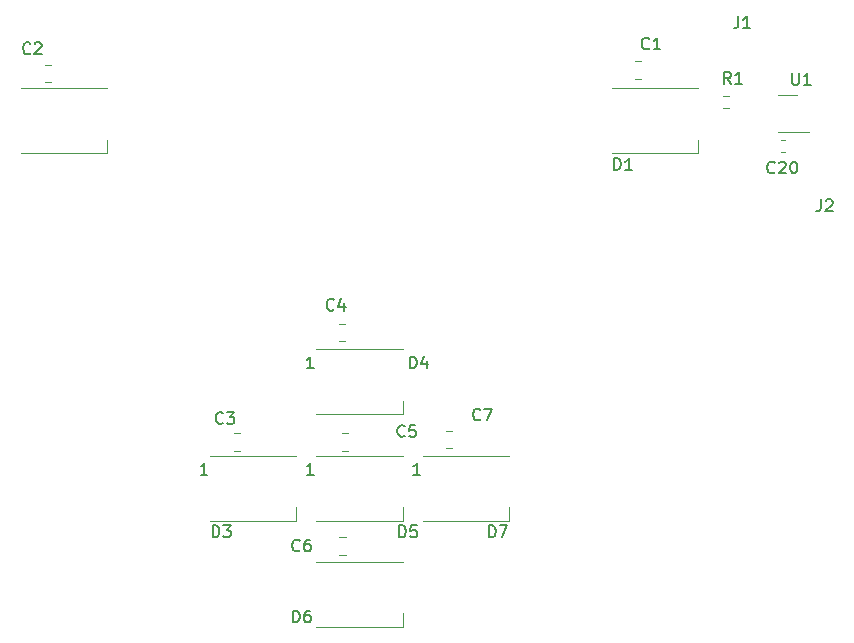
<source format=gbr>
%TF.GenerationSoftware,KiCad,Pcbnew,7.0.8*%
%TF.CreationDate,2023-10-23T18:19:39+02:00*%
%TF.ProjectId,LED_Eyes2,4c45445f-4579-4657-9332-2e6b69636164,rev?*%
%TF.SameCoordinates,Original*%
%TF.FileFunction,Legend,Top*%
%TF.FilePolarity,Positive*%
%FSLAX46Y46*%
G04 Gerber Fmt 4.6, Leading zero omitted, Abs format (unit mm)*
G04 Created by KiCad (PCBNEW 7.0.8) date 2023-10-23 18:19:39*
%MOMM*%
%LPD*%
G01*
G04 APERTURE LIST*
%ADD10C,0.150000*%
%ADD11C,0.120000*%
G04 APERTURE END LIST*
D10*
X179066666Y-102154819D02*
X179066666Y-102869104D01*
X179066666Y-102869104D02*
X179019047Y-103011961D01*
X179019047Y-103011961D02*
X178923809Y-103107200D01*
X178923809Y-103107200D02*
X178780952Y-103154819D01*
X178780952Y-103154819D02*
X178685714Y-103154819D01*
X179495238Y-102250057D02*
X179542857Y-102202438D01*
X179542857Y-102202438D02*
X179638095Y-102154819D01*
X179638095Y-102154819D02*
X179876190Y-102154819D01*
X179876190Y-102154819D02*
X179971428Y-102202438D01*
X179971428Y-102202438D02*
X180019047Y-102250057D01*
X180019047Y-102250057D02*
X180066666Y-102345295D01*
X180066666Y-102345295D02*
X180066666Y-102440533D01*
X180066666Y-102440533D02*
X180019047Y-102583390D01*
X180019047Y-102583390D02*
X179447619Y-103154819D01*
X179447619Y-103154819D02*
X180066666Y-103154819D01*
X137833333Y-111459580D02*
X137785714Y-111507200D01*
X137785714Y-111507200D02*
X137642857Y-111554819D01*
X137642857Y-111554819D02*
X137547619Y-111554819D01*
X137547619Y-111554819D02*
X137404762Y-111507200D01*
X137404762Y-111507200D02*
X137309524Y-111411961D01*
X137309524Y-111411961D02*
X137261905Y-111316723D01*
X137261905Y-111316723D02*
X137214286Y-111126247D01*
X137214286Y-111126247D02*
X137214286Y-110983390D01*
X137214286Y-110983390D02*
X137261905Y-110792914D01*
X137261905Y-110792914D02*
X137309524Y-110697676D01*
X137309524Y-110697676D02*
X137404762Y-110602438D01*
X137404762Y-110602438D02*
X137547619Y-110554819D01*
X137547619Y-110554819D02*
X137642857Y-110554819D01*
X137642857Y-110554819D02*
X137785714Y-110602438D01*
X137785714Y-110602438D02*
X137833333Y-110650057D01*
X138690476Y-110888152D02*
X138690476Y-111554819D01*
X138452381Y-110507200D02*
X138214286Y-111221485D01*
X138214286Y-111221485D02*
X138833333Y-111221485D01*
X171433333Y-92354819D02*
X171100000Y-91878628D01*
X170861905Y-92354819D02*
X170861905Y-91354819D01*
X170861905Y-91354819D02*
X171242857Y-91354819D01*
X171242857Y-91354819D02*
X171338095Y-91402438D01*
X171338095Y-91402438D02*
X171385714Y-91450057D01*
X171385714Y-91450057D02*
X171433333Y-91545295D01*
X171433333Y-91545295D02*
X171433333Y-91688152D01*
X171433333Y-91688152D02*
X171385714Y-91783390D01*
X171385714Y-91783390D02*
X171338095Y-91831009D01*
X171338095Y-91831009D02*
X171242857Y-91878628D01*
X171242857Y-91878628D02*
X170861905Y-91878628D01*
X172385714Y-92354819D02*
X171814286Y-92354819D01*
X172100000Y-92354819D02*
X172100000Y-91354819D01*
X172100000Y-91354819D02*
X172004762Y-91497676D01*
X172004762Y-91497676D02*
X171909524Y-91592914D01*
X171909524Y-91592914D02*
X171814286Y-91640533D01*
X176638095Y-91454819D02*
X176638095Y-92264342D01*
X176638095Y-92264342D02*
X176685714Y-92359580D01*
X176685714Y-92359580D02*
X176733333Y-92407200D01*
X176733333Y-92407200D02*
X176828571Y-92454819D01*
X176828571Y-92454819D02*
X177019047Y-92454819D01*
X177019047Y-92454819D02*
X177114285Y-92407200D01*
X177114285Y-92407200D02*
X177161904Y-92359580D01*
X177161904Y-92359580D02*
X177209523Y-92264342D01*
X177209523Y-92264342D02*
X177209523Y-91454819D01*
X178209523Y-92454819D02*
X177638095Y-92454819D01*
X177923809Y-92454819D02*
X177923809Y-91454819D01*
X177923809Y-91454819D02*
X177828571Y-91597676D01*
X177828571Y-91597676D02*
X177733333Y-91692914D01*
X177733333Y-91692914D02*
X177638095Y-91740533D01*
X134933333Y-131859580D02*
X134885714Y-131907200D01*
X134885714Y-131907200D02*
X134742857Y-131954819D01*
X134742857Y-131954819D02*
X134647619Y-131954819D01*
X134647619Y-131954819D02*
X134504762Y-131907200D01*
X134504762Y-131907200D02*
X134409524Y-131811961D01*
X134409524Y-131811961D02*
X134361905Y-131716723D01*
X134361905Y-131716723D02*
X134314286Y-131526247D01*
X134314286Y-131526247D02*
X134314286Y-131383390D01*
X134314286Y-131383390D02*
X134361905Y-131192914D01*
X134361905Y-131192914D02*
X134409524Y-131097676D01*
X134409524Y-131097676D02*
X134504762Y-131002438D01*
X134504762Y-131002438D02*
X134647619Y-130954819D01*
X134647619Y-130954819D02*
X134742857Y-130954819D01*
X134742857Y-130954819D02*
X134885714Y-131002438D01*
X134885714Y-131002438D02*
X134933333Y-131050057D01*
X135790476Y-130954819D02*
X135600000Y-130954819D01*
X135600000Y-130954819D02*
X135504762Y-131002438D01*
X135504762Y-131002438D02*
X135457143Y-131050057D01*
X135457143Y-131050057D02*
X135361905Y-131192914D01*
X135361905Y-131192914D02*
X135314286Y-131383390D01*
X135314286Y-131383390D02*
X135314286Y-131764342D01*
X135314286Y-131764342D02*
X135361905Y-131859580D01*
X135361905Y-131859580D02*
X135409524Y-131907200D01*
X135409524Y-131907200D02*
X135504762Y-131954819D01*
X135504762Y-131954819D02*
X135695238Y-131954819D01*
X135695238Y-131954819D02*
X135790476Y-131907200D01*
X135790476Y-131907200D02*
X135838095Y-131859580D01*
X135838095Y-131859580D02*
X135885714Y-131764342D01*
X135885714Y-131764342D02*
X135885714Y-131526247D01*
X135885714Y-131526247D02*
X135838095Y-131431009D01*
X135838095Y-131431009D02*
X135790476Y-131383390D01*
X135790476Y-131383390D02*
X135695238Y-131335771D01*
X135695238Y-131335771D02*
X135504762Y-131335771D01*
X135504762Y-131335771D02*
X135409524Y-131383390D01*
X135409524Y-131383390D02*
X135361905Y-131431009D01*
X135361905Y-131431009D02*
X135314286Y-131526247D01*
X150233333Y-120759580D02*
X150185714Y-120807200D01*
X150185714Y-120807200D02*
X150042857Y-120854819D01*
X150042857Y-120854819D02*
X149947619Y-120854819D01*
X149947619Y-120854819D02*
X149804762Y-120807200D01*
X149804762Y-120807200D02*
X149709524Y-120711961D01*
X149709524Y-120711961D02*
X149661905Y-120616723D01*
X149661905Y-120616723D02*
X149614286Y-120426247D01*
X149614286Y-120426247D02*
X149614286Y-120283390D01*
X149614286Y-120283390D02*
X149661905Y-120092914D01*
X149661905Y-120092914D02*
X149709524Y-119997676D01*
X149709524Y-119997676D02*
X149804762Y-119902438D01*
X149804762Y-119902438D02*
X149947619Y-119854819D01*
X149947619Y-119854819D02*
X150042857Y-119854819D01*
X150042857Y-119854819D02*
X150185714Y-119902438D01*
X150185714Y-119902438D02*
X150233333Y-119950057D01*
X150566667Y-119854819D02*
X151233333Y-119854819D01*
X151233333Y-119854819D02*
X150804762Y-120854819D01*
X172066666Y-86654819D02*
X172066666Y-87369104D01*
X172066666Y-87369104D02*
X172019047Y-87511961D01*
X172019047Y-87511961D02*
X171923809Y-87607200D01*
X171923809Y-87607200D02*
X171780952Y-87654819D01*
X171780952Y-87654819D02*
X171685714Y-87654819D01*
X173066666Y-87654819D02*
X172495238Y-87654819D01*
X172780952Y-87654819D02*
X172780952Y-86654819D01*
X172780952Y-86654819D02*
X172685714Y-86797676D01*
X172685714Y-86797676D02*
X172590476Y-86892914D01*
X172590476Y-86892914D02*
X172495238Y-86940533D01*
X143361905Y-130754819D02*
X143361905Y-129754819D01*
X143361905Y-129754819D02*
X143600000Y-129754819D01*
X143600000Y-129754819D02*
X143742857Y-129802438D01*
X143742857Y-129802438D02*
X143838095Y-129897676D01*
X143838095Y-129897676D02*
X143885714Y-129992914D01*
X143885714Y-129992914D02*
X143933333Y-130183390D01*
X143933333Y-130183390D02*
X143933333Y-130326247D01*
X143933333Y-130326247D02*
X143885714Y-130516723D01*
X143885714Y-130516723D02*
X143838095Y-130611961D01*
X143838095Y-130611961D02*
X143742857Y-130707200D01*
X143742857Y-130707200D02*
X143600000Y-130754819D01*
X143600000Y-130754819D02*
X143361905Y-130754819D01*
X144838095Y-129754819D02*
X144361905Y-129754819D01*
X144361905Y-129754819D02*
X144314286Y-130231009D01*
X144314286Y-130231009D02*
X144361905Y-130183390D01*
X144361905Y-130183390D02*
X144457143Y-130135771D01*
X144457143Y-130135771D02*
X144695238Y-130135771D01*
X144695238Y-130135771D02*
X144790476Y-130183390D01*
X144790476Y-130183390D02*
X144838095Y-130231009D01*
X144838095Y-130231009D02*
X144885714Y-130326247D01*
X144885714Y-130326247D02*
X144885714Y-130564342D01*
X144885714Y-130564342D02*
X144838095Y-130659580D01*
X144838095Y-130659580D02*
X144790476Y-130707200D01*
X144790476Y-130707200D02*
X144695238Y-130754819D01*
X144695238Y-130754819D02*
X144457143Y-130754819D01*
X144457143Y-130754819D02*
X144361905Y-130707200D01*
X144361905Y-130707200D02*
X144314286Y-130659580D01*
X136135714Y-125454819D02*
X135564286Y-125454819D01*
X135850000Y-125454819D02*
X135850000Y-124454819D01*
X135850000Y-124454819D02*
X135754762Y-124597676D01*
X135754762Y-124597676D02*
X135659524Y-124692914D01*
X135659524Y-124692914D02*
X135564286Y-124740533D01*
X112133333Y-89759580D02*
X112085714Y-89807200D01*
X112085714Y-89807200D02*
X111942857Y-89854819D01*
X111942857Y-89854819D02*
X111847619Y-89854819D01*
X111847619Y-89854819D02*
X111704762Y-89807200D01*
X111704762Y-89807200D02*
X111609524Y-89711961D01*
X111609524Y-89711961D02*
X111561905Y-89616723D01*
X111561905Y-89616723D02*
X111514286Y-89426247D01*
X111514286Y-89426247D02*
X111514286Y-89283390D01*
X111514286Y-89283390D02*
X111561905Y-89092914D01*
X111561905Y-89092914D02*
X111609524Y-88997676D01*
X111609524Y-88997676D02*
X111704762Y-88902438D01*
X111704762Y-88902438D02*
X111847619Y-88854819D01*
X111847619Y-88854819D02*
X111942857Y-88854819D01*
X111942857Y-88854819D02*
X112085714Y-88902438D01*
X112085714Y-88902438D02*
X112133333Y-88950057D01*
X112514286Y-88950057D02*
X112561905Y-88902438D01*
X112561905Y-88902438D02*
X112657143Y-88854819D01*
X112657143Y-88854819D02*
X112895238Y-88854819D01*
X112895238Y-88854819D02*
X112990476Y-88902438D01*
X112990476Y-88902438D02*
X113038095Y-88950057D01*
X113038095Y-88950057D02*
X113085714Y-89045295D01*
X113085714Y-89045295D02*
X113085714Y-89140533D01*
X113085714Y-89140533D02*
X113038095Y-89283390D01*
X113038095Y-89283390D02*
X112466667Y-89854819D01*
X112466667Y-89854819D02*
X113085714Y-89854819D01*
X127561905Y-130754819D02*
X127561905Y-129754819D01*
X127561905Y-129754819D02*
X127800000Y-129754819D01*
X127800000Y-129754819D02*
X127942857Y-129802438D01*
X127942857Y-129802438D02*
X128038095Y-129897676D01*
X128038095Y-129897676D02*
X128085714Y-129992914D01*
X128085714Y-129992914D02*
X128133333Y-130183390D01*
X128133333Y-130183390D02*
X128133333Y-130326247D01*
X128133333Y-130326247D02*
X128085714Y-130516723D01*
X128085714Y-130516723D02*
X128038095Y-130611961D01*
X128038095Y-130611961D02*
X127942857Y-130707200D01*
X127942857Y-130707200D02*
X127800000Y-130754819D01*
X127800000Y-130754819D02*
X127561905Y-130754819D01*
X128466667Y-129754819D02*
X129085714Y-129754819D01*
X129085714Y-129754819D02*
X128752381Y-130135771D01*
X128752381Y-130135771D02*
X128895238Y-130135771D01*
X128895238Y-130135771D02*
X128990476Y-130183390D01*
X128990476Y-130183390D02*
X129038095Y-130231009D01*
X129038095Y-130231009D02*
X129085714Y-130326247D01*
X129085714Y-130326247D02*
X129085714Y-130564342D01*
X129085714Y-130564342D02*
X129038095Y-130659580D01*
X129038095Y-130659580D02*
X128990476Y-130707200D01*
X128990476Y-130707200D02*
X128895238Y-130754819D01*
X128895238Y-130754819D02*
X128609524Y-130754819D01*
X128609524Y-130754819D02*
X128514286Y-130707200D01*
X128514286Y-130707200D02*
X128466667Y-130659580D01*
X127135714Y-125454819D02*
X126564286Y-125454819D01*
X126850000Y-125454819D02*
X126850000Y-124454819D01*
X126850000Y-124454819D02*
X126754762Y-124597676D01*
X126754762Y-124597676D02*
X126659524Y-124692914D01*
X126659524Y-124692914D02*
X126564286Y-124740533D01*
X161561905Y-99654819D02*
X161561905Y-98654819D01*
X161561905Y-98654819D02*
X161800000Y-98654819D01*
X161800000Y-98654819D02*
X161942857Y-98702438D01*
X161942857Y-98702438D02*
X162038095Y-98797676D01*
X162038095Y-98797676D02*
X162085714Y-98892914D01*
X162085714Y-98892914D02*
X162133333Y-99083390D01*
X162133333Y-99083390D02*
X162133333Y-99226247D01*
X162133333Y-99226247D02*
X162085714Y-99416723D01*
X162085714Y-99416723D02*
X162038095Y-99511961D01*
X162038095Y-99511961D02*
X161942857Y-99607200D01*
X161942857Y-99607200D02*
X161800000Y-99654819D01*
X161800000Y-99654819D02*
X161561905Y-99654819D01*
X163085714Y-99654819D02*
X162514286Y-99654819D01*
X162800000Y-99654819D02*
X162800000Y-98654819D01*
X162800000Y-98654819D02*
X162704762Y-98797676D01*
X162704762Y-98797676D02*
X162609524Y-98892914D01*
X162609524Y-98892914D02*
X162514286Y-98940533D01*
X134361905Y-137954819D02*
X134361905Y-136954819D01*
X134361905Y-136954819D02*
X134600000Y-136954819D01*
X134600000Y-136954819D02*
X134742857Y-137002438D01*
X134742857Y-137002438D02*
X134838095Y-137097676D01*
X134838095Y-137097676D02*
X134885714Y-137192914D01*
X134885714Y-137192914D02*
X134933333Y-137383390D01*
X134933333Y-137383390D02*
X134933333Y-137526247D01*
X134933333Y-137526247D02*
X134885714Y-137716723D01*
X134885714Y-137716723D02*
X134838095Y-137811961D01*
X134838095Y-137811961D02*
X134742857Y-137907200D01*
X134742857Y-137907200D02*
X134600000Y-137954819D01*
X134600000Y-137954819D02*
X134361905Y-137954819D01*
X135790476Y-136954819D02*
X135600000Y-136954819D01*
X135600000Y-136954819D02*
X135504762Y-137002438D01*
X135504762Y-137002438D02*
X135457143Y-137050057D01*
X135457143Y-137050057D02*
X135361905Y-137192914D01*
X135361905Y-137192914D02*
X135314286Y-137383390D01*
X135314286Y-137383390D02*
X135314286Y-137764342D01*
X135314286Y-137764342D02*
X135361905Y-137859580D01*
X135361905Y-137859580D02*
X135409524Y-137907200D01*
X135409524Y-137907200D02*
X135504762Y-137954819D01*
X135504762Y-137954819D02*
X135695238Y-137954819D01*
X135695238Y-137954819D02*
X135790476Y-137907200D01*
X135790476Y-137907200D02*
X135838095Y-137859580D01*
X135838095Y-137859580D02*
X135885714Y-137764342D01*
X135885714Y-137764342D02*
X135885714Y-137526247D01*
X135885714Y-137526247D02*
X135838095Y-137431009D01*
X135838095Y-137431009D02*
X135790476Y-137383390D01*
X135790476Y-137383390D02*
X135695238Y-137335771D01*
X135695238Y-137335771D02*
X135504762Y-137335771D01*
X135504762Y-137335771D02*
X135409524Y-137383390D01*
X135409524Y-137383390D02*
X135361905Y-137431009D01*
X135361905Y-137431009D02*
X135314286Y-137526247D01*
X143833333Y-122159580D02*
X143785714Y-122207200D01*
X143785714Y-122207200D02*
X143642857Y-122254819D01*
X143642857Y-122254819D02*
X143547619Y-122254819D01*
X143547619Y-122254819D02*
X143404762Y-122207200D01*
X143404762Y-122207200D02*
X143309524Y-122111961D01*
X143309524Y-122111961D02*
X143261905Y-122016723D01*
X143261905Y-122016723D02*
X143214286Y-121826247D01*
X143214286Y-121826247D02*
X143214286Y-121683390D01*
X143214286Y-121683390D02*
X143261905Y-121492914D01*
X143261905Y-121492914D02*
X143309524Y-121397676D01*
X143309524Y-121397676D02*
X143404762Y-121302438D01*
X143404762Y-121302438D02*
X143547619Y-121254819D01*
X143547619Y-121254819D02*
X143642857Y-121254819D01*
X143642857Y-121254819D02*
X143785714Y-121302438D01*
X143785714Y-121302438D02*
X143833333Y-121350057D01*
X144738095Y-121254819D02*
X144261905Y-121254819D01*
X144261905Y-121254819D02*
X144214286Y-121731009D01*
X144214286Y-121731009D02*
X144261905Y-121683390D01*
X144261905Y-121683390D02*
X144357143Y-121635771D01*
X144357143Y-121635771D02*
X144595238Y-121635771D01*
X144595238Y-121635771D02*
X144690476Y-121683390D01*
X144690476Y-121683390D02*
X144738095Y-121731009D01*
X144738095Y-121731009D02*
X144785714Y-121826247D01*
X144785714Y-121826247D02*
X144785714Y-122064342D01*
X144785714Y-122064342D02*
X144738095Y-122159580D01*
X144738095Y-122159580D02*
X144690476Y-122207200D01*
X144690476Y-122207200D02*
X144595238Y-122254819D01*
X144595238Y-122254819D02*
X144357143Y-122254819D01*
X144357143Y-122254819D02*
X144261905Y-122207200D01*
X144261905Y-122207200D02*
X144214286Y-122159580D01*
X128433333Y-121059580D02*
X128385714Y-121107200D01*
X128385714Y-121107200D02*
X128242857Y-121154819D01*
X128242857Y-121154819D02*
X128147619Y-121154819D01*
X128147619Y-121154819D02*
X128004762Y-121107200D01*
X128004762Y-121107200D02*
X127909524Y-121011961D01*
X127909524Y-121011961D02*
X127861905Y-120916723D01*
X127861905Y-120916723D02*
X127814286Y-120726247D01*
X127814286Y-120726247D02*
X127814286Y-120583390D01*
X127814286Y-120583390D02*
X127861905Y-120392914D01*
X127861905Y-120392914D02*
X127909524Y-120297676D01*
X127909524Y-120297676D02*
X128004762Y-120202438D01*
X128004762Y-120202438D02*
X128147619Y-120154819D01*
X128147619Y-120154819D02*
X128242857Y-120154819D01*
X128242857Y-120154819D02*
X128385714Y-120202438D01*
X128385714Y-120202438D02*
X128433333Y-120250057D01*
X128766667Y-120154819D02*
X129385714Y-120154819D01*
X129385714Y-120154819D02*
X129052381Y-120535771D01*
X129052381Y-120535771D02*
X129195238Y-120535771D01*
X129195238Y-120535771D02*
X129290476Y-120583390D01*
X129290476Y-120583390D02*
X129338095Y-120631009D01*
X129338095Y-120631009D02*
X129385714Y-120726247D01*
X129385714Y-120726247D02*
X129385714Y-120964342D01*
X129385714Y-120964342D02*
X129338095Y-121059580D01*
X129338095Y-121059580D02*
X129290476Y-121107200D01*
X129290476Y-121107200D02*
X129195238Y-121154819D01*
X129195238Y-121154819D02*
X128909524Y-121154819D01*
X128909524Y-121154819D02*
X128814286Y-121107200D01*
X128814286Y-121107200D02*
X128766667Y-121059580D01*
X144261905Y-116454819D02*
X144261905Y-115454819D01*
X144261905Y-115454819D02*
X144500000Y-115454819D01*
X144500000Y-115454819D02*
X144642857Y-115502438D01*
X144642857Y-115502438D02*
X144738095Y-115597676D01*
X144738095Y-115597676D02*
X144785714Y-115692914D01*
X144785714Y-115692914D02*
X144833333Y-115883390D01*
X144833333Y-115883390D02*
X144833333Y-116026247D01*
X144833333Y-116026247D02*
X144785714Y-116216723D01*
X144785714Y-116216723D02*
X144738095Y-116311961D01*
X144738095Y-116311961D02*
X144642857Y-116407200D01*
X144642857Y-116407200D02*
X144500000Y-116454819D01*
X144500000Y-116454819D02*
X144261905Y-116454819D01*
X145690476Y-115788152D02*
X145690476Y-116454819D01*
X145452381Y-115407200D02*
X145214286Y-116121485D01*
X145214286Y-116121485D02*
X145833333Y-116121485D01*
X136135714Y-116454819D02*
X135564286Y-116454819D01*
X135850000Y-116454819D02*
X135850000Y-115454819D01*
X135850000Y-115454819D02*
X135754762Y-115597676D01*
X135754762Y-115597676D02*
X135659524Y-115692914D01*
X135659524Y-115692914D02*
X135564286Y-115740533D01*
X150961905Y-130754819D02*
X150961905Y-129754819D01*
X150961905Y-129754819D02*
X151200000Y-129754819D01*
X151200000Y-129754819D02*
X151342857Y-129802438D01*
X151342857Y-129802438D02*
X151438095Y-129897676D01*
X151438095Y-129897676D02*
X151485714Y-129992914D01*
X151485714Y-129992914D02*
X151533333Y-130183390D01*
X151533333Y-130183390D02*
X151533333Y-130326247D01*
X151533333Y-130326247D02*
X151485714Y-130516723D01*
X151485714Y-130516723D02*
X151438095Y-130611961D01*
X151438095Y-130611961D02*
X151342857Y-130707200D01*
X151342857Y-130707200D02*
X151200000Y-130754819D01*
X151200000Y-130754819D02*
X150961905Y-130754819D01*
X151866667Y-129754819D02*
X152533333Y-129754819D01*
X152533333Y-129754819D02*
X152104762Y-130754819D01*
X145135714Y-125454819D02*
X144564286Y-125454819D01*
X144850000Y-125454819D02*
X144850000Y-124454819D01*
X144850000Y-124454819D02*
X144754762Y-124597676D01*
X144754762Y-124597676D02*
X144659524Y-124692914D01*
X144659524Y-124692914D02*
X144564286Y-124740533D01*
X175157142Y-99859580D02*
X175109523Y-99907200D01*
X175109523Y-99907200D02*
X174966666Y-99954819D01*
X174966666Y-99954819D02*
X174871428Y-99954819D01*
X174871428Y-99954819D02*
X174728571Y-99907200D01*
X174728571Y-99907200D02*
X174633333Y-99811961D01*
X174633333Y-99811961D02*
X174585714Y-99716723D01*
X174585714Y-99716723D02*
X174538095Y-99526247D01*
X174538095Y-99526247D02*
X174538095Y-99383390D01*
X174538095Y-99383390D02*
X174585714Y-99192914D01*
X174585714Y-99192914D02*
X174633333Y-99097676D01*
X174633333Y-99097676D02*
X174728571Y-99002438D01*
X174728571Y-99002438D02*
X174871428Y-98954819D01*
X174871428Y-98954819D02*
X174966666Y-98954819D01*
X174966666Y-98954819D02*
X175109523Y-99002438D01*
X175109523Y-99002438D02*
X175157142Y-99050057D01*
X175538095Y-99050057D02*
X175585714Y-99002438D01*
X175585714Y-99002438D02*
X175680952Y-98954819D01*
X175680952Y-98954819D02*
X175919047Y-98954819D01*
X175919047Y-98954819D02*
X176014285Y-99002438D01*
X176014285Y-99002438D02*
X176061904Y-99050057D01*
X176061904Y-99050057D02*
X176109523Y-99145295D01*
X176109523Y-99145295D02*
X176109523Y-99240533D01*
X176109523Y-99240533D02*
X176061904Y-99383390D01*
X176061904Y-99383390D02*
X175490476Y-99954819D01*
X175490476Y-99954819D02*
X176109523Y-99954819D01*
X176728571Y-98954819D02*
X176823809Y-98954819D01*
X176823809Y-98954819D02*
X176919047Y-99002438D01*
X176919047Y-99002438D02*
X176966666Y-99050057D01*
X176966666Y-99050057D02*
X177014285Y-99145295D01*
X177014285Y-99145295D02*
X177061904Y-99335771D01*
X177061904Y-99335771D02*
X177061904Y-99573866D01*
X177061904Y-99573866D02*
X177014285Y-99764342D01*
X177014285Y-99764342D02*
X176966666Y-99859580D01*
X176966666Y-99859580D02*
X176919047Y-99907200D01*
X176919047Y-99907200D02*
X176823809Y-99954819D01*
X176823809Y-99954819D02*
X176728571Y-99954819D01*
X176728571Y-99954819D02*
X176633333Y-99907200D01*
X176633333Y-99907200D02*
X176585714Y-99859580D01*
X176585714Y-99859580D02*
X176538095Y-99764342D01*
X176538095Y-99764342D02*
X176490476Y-99573866D01*
X176490476Y-99573866D02*
X176490476Y-99335771D01*
X176490476Y-99335771D02*
X176538095Y-99145295D01*
X176538095Y-99145295D02*
X176585714Y-99050057D01*
X176585714Y-99050057D02*
X176633333Y-99002438D01*
X176633333Y-99002438D02*
X176728571Y-98954819D01*
X164533333Y-89359580D02*
X164485714Y-89407200D01*
X164485714Y-89407200D02*
X164342857Y-89454819D01*
X164342857Y-89454819D02*
X164247619Y-89454819D01*
X164247619Y-89454819D02*
X164104762Y-89407200D01*
X164104762Y-89407200D02*
X164009524Y-89311961D01*
X164009524Y-89311961D02*
X163961905Y-89216723D01*
X163961905Y-89216723D02*
X163914286Y-89026247D01*
X163914286Y-89026247D02*
X163914286Y-88883390D01*
X163914286Y-88883390D02*
X163961905Y-88692914D01*
X163961905Y-88692914D02*
X164009524Y-88597676D01*
X164009524Y-88597676D02*
X164104762Y-88502438D01*
X164104762Y-88502438D02*
X164247619Y-88454819D01*
X164247619Y-88454819D02*
X164342857Y-88454819D01*
X164342857Y-88454819D02*
X164485714Y-88502438D01*
X164485714Y-88502438D02*
X164533333Y-88550057D01*
X165485714Y-89454819D02*
X164914286Y-89454819D01*
X165200000Y-89454819D02*
X165200000Y-88454819D01*
X165200000Y-88454819D02*
X165104762Y-88597676D01*
X165104762Y-88597676D02*
X165009524Y-88692914D01*
X165009524Y-88692914D02*
X164914286Y-88740533D01*
D11*
%TO.C,C4*%
X138276248Y-112665000D02*
X138798752Y-112665000D01*
X138276248Y-114135000D02*
X138798752Y-114135000D01*
%TO.C,R1*%
X170787742Y-93377500D02*
X171262258Y-93377500D01*
X170787742Y-94422500D02*
X171262258Y-94422500D01*
%TO.C,U1*%
X176237500Y-96410000D02*
X178037500Y-96410000D01*
X176237500Y-96410000D02*
X175437500Y-96410000D01*
X176237500Y-93290000D02*
X177037500Y-93290000D01*
X176237500Y-93290000D02*
X175437500Y-93290000D01*
%TO.C,C6*%
X138301248Y-130765000D02*
X138823752Y-130765000D01*
X138301248Y-132235000D02*
X138823752Y-132235000D01*
%TO.C,C7*%
X147301248Y-121765000D02*
X147823752Y-121765000D01*
X147301248Y-123235000D02*
X147823752Y-123235000D01*
%TO.C,D2*%
X111350000Y-92750000D02*
X118650000Y-92750000D01*
X111350000Y-98250000D02*
X118650000Y-98250000D01*
X118650000Y-98250000D02*
X118650000Y-97100000D01*
%TO.C,D5*%
X136350000Y-123850000D02*
X143650000Y-123850000D01*
X136350000Y-129350000D02*
X143650000Y-129350000D01*
X143650000Y-129350000D02*
X143650000Y-128200000D01*
%TO.C,C2*%
X113401248Y-90765000D02*
X113923752Y-90765000D01*
X113401248Y-92235000D02*
X113923752Y-92235000D01*
%TO.C,D3*%
X127350000Y-123850000D02*
X134650000Y-123850000D01*
X127350000Y-129350000D02*
X134650000Y-129350000D01*
X134650000Y-129350000D02*
X134650000Y-128200000D01*
%TO.C,D1*%
X161350000Y-92750000D02*
X168650000Y-92750000D01*
X161350000Y-98250000D02*
X168650000Y-98250000D01*
X168650000Y-98250000D02*
X168650000Y-97100000D01*
%TO.C,D6*%
X136350000Y-132850000D02*
X143650000Y-132850000D01*
X136350000Y-138350000D02*
X143650000Y-138350000D01*
X143650000Y-138350000D02*
X143650000Y-137200000D01*
%TO.C,C5*%
X138501248Y-121965000D02*
X139023752Y-121965000D01*
X138501248Y-123435000D02*
X139023752Y-123435000D01*
%TO.C,C3*%
X129401248Y-121965000D02*
X129923752Y-121965000D01*
X129401248Y-123435000D02*
X129923752Y-123435000D01*
%TO.C,D4*%
X136350000Y-114850000D02*
X143650000Y-114850000D01*
X136350000Y-120350000D02*
X143650000Y-120350000D01*
X143650000Y-120350000D02*
X143650000Y-119200000D01*
%TO.C,D7*%
X145350000Y-123850000D02*
X152650000Y-123850000D01*
X145350000Y-129350000D02*
X152650000Y-129350000D01*
X152650000Y-129350000D02*
X152650000Y-128200000D01*
%TO.C,C20*%
X175734420Y-97090000D02*
X176015580Y-97090000D01*
X175734420Y-98110000D02*
X176015580Y-98110000D01*
%TO.C,C1*%
X163338748Y-90465000D02*
X163861252Y-90465000D01*
X163338748Y-91935000D02*
X163861252Y-91935000D01*
%TD*%
M02*

</source>
